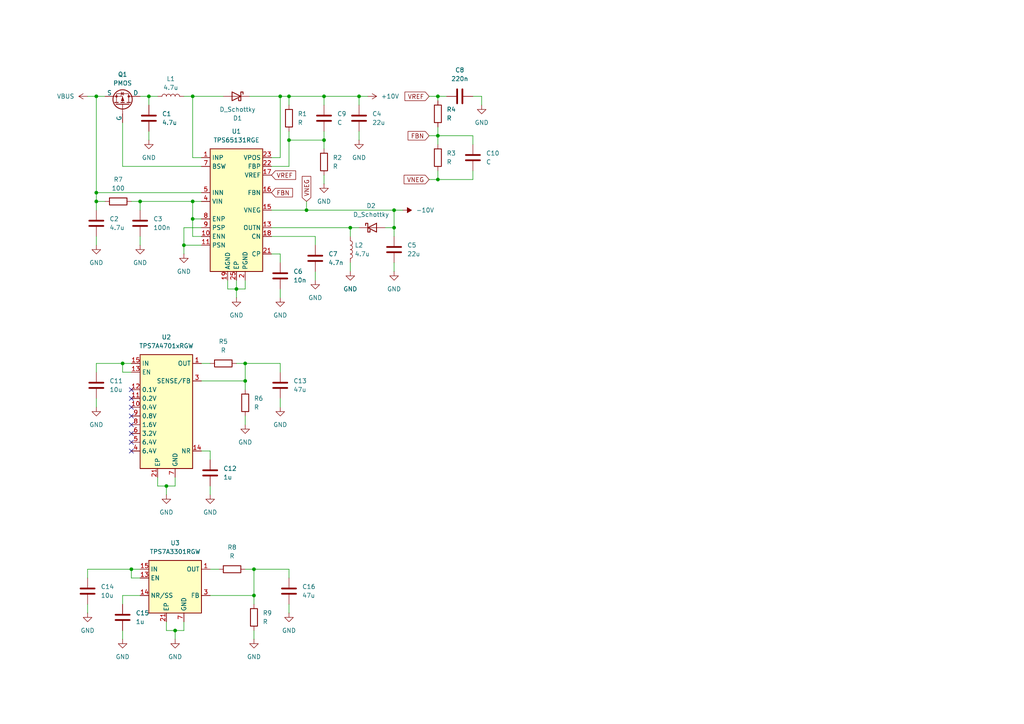
<source format=kicad_sch>
(kicad_sch (version 20250114) (generator "eeschema") (generator_version "9.0")
  (paper "A4")
  (lib_symbols
    (symbol "Device:C" (pin_numbers (hide yes)) (pin_names (offset 0.254))
      (property "Reference" "C" (at 0.635 2.54 0))
      (property "Value" "C" (at 0.635 -2.54 0))
      (symbol "C_0_1"
        (polyline (pts (xy -2.032 0.762) (xy 2.032 0.762)) (stroke (width 0.508)))
        (polyline (pts (xy -2.032 -0.762) (xy 2.032 -0.762)) (stroke (width 0.508)))
      )
      (symbol "C_1_1"
        (pin passive line (at 0 3.81 270) (length 2.794) (name "~") (number "1"))
        (pin passive line (at 0 -3.81 90) (length 2.794) (name "~") (number "2"))
      )
    )
    (symbol "Device:D_Schottky" (pin_numbers (hide yes)) (pin_names (offset 1.016) (hide yes))
      (property "Reference" "D" (at 0 2.54 0))
      (property "Value" "D_Schottky" (at 0 -2.54 0))
      (symbol "D_Schottky_0_1"
        (polyline (pts (xy -1.905 0.635) (xy -1.905 1.27) (xy -1.27 1.27) (xy -1.27 -1.27) (xy -0.635 -1.27) (xy -0.635 -0.635)) (stroke (width 0.254)))
        (polyline (pts (xy 1.27 1.27) (xy 1.27 -1.27) (xy -1.27 0) (xy 1.27 1.27)) (stroke (width 0.254)))
        (polyline (pts (xy 1.27 0) (xy -1.27 0)))
      )
      (symbol "D_Schottky_1_1"
        (pin passive line (at -3.81 0 0) (length 2.54) (name "K") (number "1"))
        (pin passive line (at 3.81 0 180) (length 2.54) (name "A") (number "2"))
      )
    )
    (symbol "Device:L" (pin_numbers (hide yes)) (pin_names (offset 1.016) (hide yes))
      (property "Reference" "L" (at -1.27 0 90))
      (property "Value" "L" (at 1.905 0 90))
      (symbol "L_0_1"
        (arc (start 0 2.54) (mid 0.6323 1.905) (end 0 1.27))
        (arc (start 0 1.27) (mid 0.6323 0.635) (end 0 0))
        (arc (start 0 0) (mid 0.6323 -0.635) (end 0 -1.27))
        (arc (start 0 -1.27) (mid 0.6323 -1.905) (end 0 -2.54))
      )
      (symbol "L_1_1"
        (pin passive line (at 0 3.81 270) (length 1.27) (name "1") (number "1"))
        (pin passive line (at 0 -3.81 90) (length 1.27) (name "2") (number "2"))
      )
    )
    (symbol "Device:R" (pin_numbers (hide yes)) (pin_names (offset 0))
      (property "Reference" "R" (at 2.032 0 90))
      (property "Value" "R" (at 0 0 90))
      (symbol "R_0_1"
        (rectangle (start -1.016 -2.54) (end 1.016 2.54) (stroke (width 0.254)))
      )
      (symbol "R_1_1"
        (pin passive line (at 0 3.81 270) (length 1.27) (name "~") (number "1"))
        (pin passive line (at 0 -3.81 90) (length 1.27) (name "~") (number "2"))
      )
    )
    (symbol "Regulator_Linear:TPS7A3301RGW"
      (property "Reference" "U" (at -6.35 8.89 0))
      (property "Value" "TPS7A3301RGW" (at 3.81 8.89 0))
      (symbol "TPS7A3301RGW_0_1"
        (rectangle (start -7.62 7.62) (end 7.62 -7.62) (stroke (width 0.254)) (fill (type background)))
      )
      (symbol "TPS7A3301RGW_1_1"
        (pin power_in line (at -10.16 5.08 0) (length 2.54) (name "IN") (number "15"))
        (pin passive line (at -10.16 5.08 0) (length 2.54) (hide yes) (name "IN") (number "16"))
        (pin input line (at -10.16 2.54 0) (length 2.54) (name "EN") (number "13"))
        (pin passive line (at -10.16 -2.54 0) (length 2.54) (name "NR/SS") (number "14"))
        (pin power_in line (at -2.54 -10.16 90) (length 2.54) (name "EP") (number "21"))
        (pin power_in line (at 2.54 -10.16 90) (length 2.54) (name "GND") (number "7"))
        (pin power_out line (at 10.16 5.08 180) (length 2.54) (name "OUT") (number "1"))
        (pin passive line (at 10.16 5.08 180) (length 2.54) (hide yes) (name "OUT") (number "20"))
        (pin input line (at 10.16 -2.54 180) (length 2.54) (name "FB") (number "3"))
      )
    )
    (symbol "Regulator_Linear:TPS7A4701xRGW"
      (property "Reference" "U" (at -6.35 19.05 0))
      (property "Value" "TPS7A4701xRGW" (at 3.81 19.05 0))
      (symbol "TPS7A4701xRGW_0_1"
        (rectangle (start -7.62 17.78) (end 7.62 -15.24) (stroke (width 0.254)) (fill (type background)))
      )
      (symbol "TPS7A4701xRGW_1_1"
        (pin power_in line (at -10.16 15.24 0) (length 2.54) (name "IN") (number "15"))
        (pin passive line (at -10.16 15.24 0) (length 2.54) (hide yes) (name "IN") (number "16"))
        (pin input line (at -10.16 12.7 0) (length 2.54) (name "EN") (number "13"))
        (pin input line (at -10.16 7.62 0) (length 2.54) (name "0.1V") (number "12"))
        (pin input line (at -10.16 5.08 0) (length 2.54) (name "0.2V") (number "11"))
        (pin input line (at -10.16 2.54 0) (length 2.54) (name "0.4V") (number "10"))
        (pin input line (at -10.16 0 0) (length 2.54) (name "0.8V") (number "9"))
        (pin input line (at -10.16 -2.54 0) (length 2.54) (name "1.6V") (number "8"))
        (pin input line (at -10.16 -5.08 0) (length 2.54) (name "3.2V") (number "6"))
        (pin input line (at -10.16 -7.62 0) (length 2.54) (name "6.4V") (number "5"))
        (pin input line (at -10.16 -10.16 0) (length 2.54) (name "6.4V") (number "4"))
        (pin passive line (at -2.54 -17.78 90) (length 2.54) (name "EP") (number "21"))
        (pin power_in line (at 2.54 -17.78 90) (length 2.54) (name "GND") (number "7"))
        (pin power_out line (at 10.16 15.24 180) (length 2.54) (name "OUT") (number "1"))
        (pin power_out line (at 10.16 15.24 180) (length 2.54) (hide yes) (name "OUT") (number "20"))
        (pin input line (at 10.16 10.16 180) (length 2.54) (name "SENSE/FB") (number "3"))
        (pin passive line (at 10.16 -10.16 180) (length 2.54) (name "NR") (number "14"))
      )
    )
    (symbol "Regulator_Switching:TPS65131RGE"
      (property "Reference" "U" (at -6.858 21.082 0))
      (property "Value" "TPS65131RGE" (at -1.016 19.05 0))
      (symbol "TPS65131RGE_0_1"
        (rectangle (start -7.62 17.78) (end 7.62 -17.78) (stroke (width 0.254)) (fill (type background)))
      )
      (symbol "TPS65131RGE_1_1"
        (pin input line (at -10.16 15.24 0) (length 2.54) (name "INP") (number "1"))
        (pin input line (at -10.16 15.24 0) (length 2.54) (hide yes) (name "INP") (number "24"))
        (pin output line (at -10.16 12.7 0) (length 2.54) (name "BSW") (number "7"))
        (pin input line (at -10.16 5.08 0) (length 2.54) (name "INN") (number "5"))
        (pin input line (at -10.16 5.08 0) (length 2.54) (hide yes) (name "INN") (number "6"))
        (pin power_in line (at -10.16 2.54 0) (length 2.54) (name "VIN") (number "4"))
        (pin input line (at -10.16 -2.54 0) (length 2.54) (name "ENP") (number "8"))
        (pin input line (at -10.16 -5.08 0) (length 2.54) (name "PSP") (number "9"))
        (pin input line (at -10.16 -7.62 0) (length 2.54) (name "ENN") (number "10"))
        (pin input line (at -10.16 -10.16 0) (length 2.54) (name "PSN") (number "11"))
        (pin no_connect line (at -7.62 10.16 0) (length 2.54) (hide yes) (name "NC") (number "20"))
        (pin no_connect line (at -7.62 7.62 0) (length 2.54) (hide yes) (name "NC") (number "12"))
        (pin power_in line (at -2.54 -20.32 90) (length 2.54) (name "AGND") (number "19"))
        (pin passive line (at 0 -20.32 90) (length 2.54) (name "EP") (number "25"))
        (pin power_in line (at 2.54 -20.32 90) (length 2.54) (name "PGND") (number "2"))
        (pin passive line (at 2.54 -20.32 90) (length 2.54) (hide yes) (name "PGND") (number "3"))
        (pin input line (at 10.16 15.24 180) (length 2.54) (name "VPOS") (number "23"))
        (pin input line (at 10.16 12.7 180) (length 2.54) (name "FBP") (number "22"))
        (pin output line (at 10.16 10.16 180) (length 2.54) (name "VREF") (number "17"))
        (pin input line (at 10.16 5.08 180) (length 2.54) (name "FBN") (number "16"))
        (pin input line (at 10.16 0 180) (length 2.54) (name "VNEG") (number "15"))
        (pin output line (at 10.16 -5.08 180) (length 2.54) (name "OUTN") (number "13"))
        (pin passive line (at 10.16 -5.08 180) (length 2.54) (hide yes) (name "OUTN") (number "14"))
        (pin passive line (at 10.16 -7.62 180) (length 2.54) (name "CN") (number "18"))
        (pin passive line (at 10.16 -12.7 180) (length 2.54) (name "CP") (number "21"))
      )
    )
    (symbol "Simulation_SPICE:PMOS" (pin_numbers (hide yes)) (pin_names (offset 0))
      (property "Reference" "Q" (at 5.08 1.27 0))
      (property "Value" "PMOS" (at 5.08 -1.27 0))
      (symbol "PMOS_0_1"
        (polyline (pts (xy 0.254 1.905) (xy 0.254 -1.905)) (stroke (width 0.254)))
        (polyline (pts (xy 0.254 0) (xy -2.54 0)))
        (polyline (pts (xy 0.762 2.286) (xy 0.762 1.27)) (stroke (width 0.254)))
        (polyline (pts (xy 0.762 1.778) (xy 3.302 1.778) (xy 3.302 -1.778) (xy 0.762 -1.778)))
        (polyline (pts (xy 0.762 0.508) (xy 0.762 -0.508)) (stroke (width 0.254)))
        (polyline (pts (xy 0.762 -1.27) (xy 0.762 -2.286)) (stroke (width 0.254)))
        (circle (center 1.651 0) (radius 2.794) (stroke (width 0.254)))
        (polyline (pts (xy 2.286 0) (xy 1.27 0.381) (xy 1.27 -0.381) (xy 2.286 0)) (fill (type outline)))
        (polyline (pts (xy 2.54 2.54) (xy 2.54 1.778)))
        (circle (center 2.54 1.778) (radius 0.254) (fill (type outline)))
        (circle (center 2.54 -1.778) (radius 0.254) (fill (type outline)))
        (polyline (pts (xy 2.54 -2.54) (xy 2.54 0) (xy 0.762 0)))
        (polyline (pts (xy 2.794 -0.508) (xy 2.921 -0.381) (xy 3.683 -0.381) (xy 3.81 -0.254)))
        (polyline (pts (xy 3.302 -0.381) (xy 2.921 0.254) (xy 3.683 0.254) (xy 3.302 -0.381)))
      )
      (symbol "PMOS_1_1"
        (pin input line (at -5.08 0 0) (length 2.54) (name "G") (number "2"))
        (pin passive line (at 2.54 5.08 270) (length 2.54) (name "D") (number "1"))
        (pin passive line (at 2.54 -5.08 90) (length 2.54) (name "S") (number "3"))
      )
    )
    (symbol "power:+10V" (power) (pin_numbers (hide yes)) (pin_names (offset 0) (hide yes))
      (property "Value" "+10V" (at 0 3.556 0))
      (symbol "+10V_0_1"
        (polyline (pts (xy -0.762 1.27) (xy 0 2.54)))
        (polyline (pts (xy 0 2.54) (xy 0.762 1.27)))
        (polyline (pts (xy 0 0) (xy 0 2.54)))
      )
      (symbol "+10V_1_1"
        (pin power_in line (at 0 0 90) (length 0) (name "~") (number "1"))
      )
    )
    (symbol "power:-10V" (power) (pin_numbers (hide yes)) (pin_names (offset 0) (hide yes))
      (property "Value" "-10V" (at 0 3.556 0))
      (symbol "-10V_0_0"
        (pin power_in line (at 0 0 90) (length 0) (name "~") (number "1"))
      )
      (symbol "-10V_0_1"
        (polyline (pts (xy 0 0) (xy 0 1.27) (xy 0.762 1.27) (xy 0 2.54) (xy -0.762 1.27) (xy 0 1.27)) (fill (type outline)))
      )
    )
    (symbol "power:GND" (power) (pin_numbers (hide yes)) (pin_names (offset 0) (hide yes))
      (property "Value" "GND" (at 0 -3.81 0))
      (symbol "GND_0_1"
        (polyline (pts (xy 0 0) (xy 0 -1.27) (xy 1.27 -1.27) (xy 0 -2.54) (xy -1.27 -1.27) (xy 0 -1.27)))
      )
      (symbol "GND_1_1"
        (pin power_in line (at 0 0 270) (length 0) (name "~") (number "1"))
      )
    )
    (symbol "power:VBUS" (power) (pin_numbers (hide yes)) (pin_names (offset 0) (hide yes))
      (property "Value" "VBUS" (at 0 3.556 0))
      (symbol "VBUS_0_1"
        (polyline (pts (xy -0.762 1.27) (xy 0 2.54)))
        (polyline (pts (xy 0 2.54) (xy 0.762 1.27)))
        (polyline (pts (xy 0 0) (xy 0 2.54)))
      )
      (symbol "VBUS_1_1"
        (pin power_in line (at 0 0 90) (length 0) (name "~") (number "1"))
      )
    )
  )
  (junction (at 81.28 27.94))
  (junction (at 101.6 66.04))
  (junction (at 88.9 60.96))
  (junction (at 27.94 55.88))
  (junction (at 71.12 105.41))
  (junction (at 53.34 71.12))
  (junction (at 43.18 27.94))
  (junction (at 83.82 27.94))
  (junction (at 93.98 40.64))
  (junction (at 55.88 58.42))
  (junction (at 27.94 27.94))
  (junction (at 73.66 172.72))
  (junction (at 104.14 27.94))
  (junction (at 55.88 27.94))
  (junction (at 71.12 110.49))
  (junction (at 40.64 58.42))
  (junction (at 114.3 66.04))
  (junction (at 27.94 58.42))
  (junction (at 35.56 105.41))
  (junction (at 83.82 40.64))
  (junction (at 127 39.37))
  (junction (at 93.98 27.94))
  (junction (at 50.8 182.88))
  (junction (at 73.66 165.1))
  (junction (at 38.1 165.1))
  (junction (at 127 52.07))
  (junction (at 48.26 140.97))
  (junction (at 68.58 83.82))
  (junction (at 127 27.94))
  (junction (at 114.3 60.96))
  (junction (at 55.88 63.5))
  (no_connect (at 38.1 123.19))
  (no_connect (at 38.1 128.27))
  (no_connect (at 38.1 125.73))
  (no_connect (at 38.1 118.11))
  (no_connect (at 38.1 113.03))
  (no_connect (at 38.1 130.81))
  (no_connect (at 38.1 115.57))
  (no_connect (at 38.1 120.65))
  (wire (pts (xy 40.64 172.72) (xy 35.56 172.72)))
  (wire (pts (xy 27.94 27.94) (xy 27.94 55.88)))
  (wire (pts (xy 66.04 83.82) (xy 68.58 83.82)))
  (wire (pts (xy 45.72 140.97) (xy 48.26 140.97)))
  (wire (pts (xy 127 36.83) (xy 127 39.37)))
  (wire (pts (xy 58.42 105.41) (xy 60.96 105.41)))
  (wire (pts (xy 68.58 83.82) (xy 68.58 86.36)))
  (wire (pts (xy 88.9 60.96) (xy 114.3 60.96)))
  (wire (pts (xy 25.4 27.94) (xy 27.94 27.94)))
  (wire (pts (xy 83.82 27.94) (xy 83.82 30.48)))
  (wire (pts (xy 38.1 167.64) (xy 38.1 165.1)))
  (wire (pts (xy 55.88 58.42) (xy 40.64 58.42)))
  (wire (pts (xy 40.64 58.42) (xy 40.64 60.96)))
  (wire (pts (xy 83.82 175.26) (xy 83.82 177.8)))
  (wire (pts (xy 27.94 55.88) (xy 27.94 58.42)))
  (wire (pts (xy 48.26 182.88) (xy 50.8 182.88)))
  (wire (pts (xy 71.12 110.49) (xy 58.42 110.49)))
  (wire (pts (xy 114.3 76.2) (xy 114.3 78.74)))
  (wire (pts (xy 111.76 66.04) (xy 114.3 66.04)))
  (wire (pts (xy 124.46 27.94) (xy 127 27.94)))
  (wire (pts (xy 81.28 45.72) (xy 81.28 27.94)))
  (wire (pts (xy 127 39.37) (xy 124.46 39.37)))
  (wire (pts (xy 55.88 27.94) (xy 55.88 45.72)))
  (wire (pts (xy 43.18 27.94) (xy 45.72 27.94)))
  (wire (pts (xy 53.34 71.12) (xy 58.42 71.12)))
  (wire (pts (xy 137.16 39.37) (xy 127 39.37)))
  (wire (pts (xy 83.82 27.94) (xy 81.28 27.94)))
  (wire (pts (xy 25.4 165.1) (xy 25.4 167.64)))
  (wire (pts (xy 93.98 50.8) (xy 93.98 53.34)))
  (wire (pts (xy 93.98 38.1) (xy 93.98 40.64)))
  (wire (pts (xy 55.88 68.58) (xy 55.88 63.5)))
  (wire (pts (xy 104.14 27.94) (xy 106.68 27.94)))
  (wire (pts (xy 137.16 49.53) (xy 137.16 52.07)))
  (wire (pts (xy 93.98 27.94) (xy 83.82 27.94)))
  (wire (pts (xy 81.28 27.94) (xy 72.39 27.94)))
  (wire (pts (xy 45.72 138.43) (xy 45.72 140.97)))
  (wire (pts (xy 27.94 58.42) (xy 27.94 60.96)))
  (wire (pts (xy 53.34 182.88) (xy 50.8 182.88)))
  (wire (pts (xy 104.14 30.48) (xy 104.14 27.94)))
  (wire (pts (xy 38.1 105.41) (xy 35.56 105.41)))
  (wire (pts (xy 71.12 81.28) (xy 71.12 83.82)))
  (wire (pts (xy 25.4 175.26) (xy 25.4 177.8)))
  (wire (pts (xy 101.6 66.04) (xy 104.14 66.04)))
  (wire (pts (xy 40.64 165.1) (xy 38.1 165.1)))
  (wire (pts (xy 101.6 66.04) (xy 101.6 68.58)))
  (wire (pts (xy 60.96 165.1) (xy 63.5 165.1)))
  (wire (pts (xy 40.64 27.94) (xy 43.18 27.94)))
  (wire (pts (xy 71.12 83.82) (xy 68.58 83.82)))
  (wire (pts (xy 38.1 58.42) (xy 40.64 58.42)))
  (wire (pts (xy 53.34 27.94) (xy 55.88 27.94)))
  (wire (pts (xy 114.3 60.96) (xy 116.84 60.96)))
  (wire (pts (xy 127 52.07) (xy 124.46 52.07)))
  (wire (pts (xy 58.42 66.04) (xy 53.34 66.04)))
  (wire (pts (xy 83.82 40.64) (xy 93.98 40.64)))
  (wire (pts (xy 43.18 38.1) (xy 43.18 40.64)))
  (wire (pts (xy 38.1 107.95) (xy 35.56 107.95)))
  (wire (pts (xy 127 27.94) (xy 127 29.21)))
  (wire (pts (xy 104.14 38.1) (xy 104.14 40.64)))
  (wire (pts (xy 83.82 40.64) (xy 83.82 48.26)))
  (wire (pts (xy 68.58 81.28) (xy 68.58 83.82)))
  (wire (pts (xy 127 27.94) (xy 129.54 27.94)))
  (wire (pts (xy 60.96 140.97) (xy 60.96 143.51)))
  (wire (pts (xy 83.82 167.64) (xy 83.82 165.1)))
  (wire (pts (xy 81.28 115.57) (xy 81.28 118.11)))
  (wire (pts (xy 114.3 60.96) (xy 114.3 66.04)))
  (wire (pts (xy 139.7 27.94) (xy 139.7 30.48)))
  (wire (pts (xy 81.28 107.95) (xy 81.28 105.41)))
  (wire (pts (xy 127 49.53) (xy 127 52.07)))
  (wire (pts (xy 93.98 27.94) (xy 104.14 27.94)))
  (wire (pts (xy 71.12 110.49) (xy 71.12 113.03)))
  (wire (pts (xy 88.9 58.42) (xy 88.9 60.96)))
  (wire (pts (xy 83.82 38.1) (xy 83.82 40.64)))
  (wire (pts (xy 55.88 45.72) (xy 58.42 45.72)))
  (wire (pts (xy 73.66 172.72) (xy 60.96 172.72)))
  (wire (pts (xy 66.04 81.28) (xy 66.04 83.82)))
  (wire (pts (xy 53.34 180.34) (xy 53.34 182.88)))
  (wire (pts (xy 137.16 52.07) (xy 127 52.07)))
  (wire (pts (xy 40.64 68.58) (xy 40.64 71.12)))
  (wire (pts (xy 40.64 167.64) (xy 38.1 167.64)))
  (wire (pts (xy 38.1 165.1) (xy 25.4 165.1)))
  (wire (pts (xy 91.44 78.74) (xy 91.44 81.28)))
  (wire (pts (xy 58.42 68.58) (xy 55.88 68.58)))
  (wire (pts (xy 55.88 27.94) (xy 64.77 27.94)))
  (wire (pts (xy 53.34 66.04) (xy 53.34 71.12)))
  (wire (pts (xy 73.66 182.88) (xy 73.66 185.42)))
  (wire (pts (xy 114.3 66.04) (xy 114.3 68.58)))
  (wire (pts (xy 35.56 48.26) (xy 35.56 35.56)))
  (wire (pts (xy 48.26 180.34) (xy 48.26 182.88)))
  (wire (pts (xy 127 39.37) (xy 127 41.91)))
  (wire (pts (xy 78.74 66.04) (xy 101.6 66.04)))
  (wire (pts (xy 68.58 105.41) (xy 71.12 105.41)))
  (wire (pts (xy 73.66 172.72) (xy 73.66 175.26)))
  (wire (pts (xy 91.44 68.58) (xy 78.74 68.58)))
  (wire (pts (xy 27.94 68.58) (xy 27.94 71.12)))
  (wire (pts (xy 50.8 138.43) (xy 50.8 140.97)))
  (wire (pts (xy 50.8 140.97) (xy 48.26 140.97)))
  (wire (pts (xy 81.28 83.82) (xy 81.28 86.36)))
  (wire (pts (xy 81.28 73.66) (xy 78.74 73.66)))
  (wire (pts (xy 35.56 182.88) (xy 35.56 185.42)))
  (wire (pts (xy 58.42 63.5) (xy 55.88 63.5)))
  (wire (pts (xy 50.8 182.88) (xy 50.8 185.42)))
  (wire (pts (xy 30.48 58.42) (xy 27.94 58.42)))
  (wire (pts (xy 58.42 130.81) (xy 60.96 130.81)))
  (wire (pts (xy 35.56 107.95) (xy 35.56 105.41)))
  (wire (pts (xy 93.98 30.48) (xy 93.98 27.94)))
  (wire (pts (xy 71.12 105.41) (xy 71.12 110.49)))
  (wire (pts (xy 83.82 165.1) (xy 73.66 165.1)))
  (wire (pts (xy 35.56 172.72) (xy 35.56 175.26)))
  (wire (pts (xy 137.16 41.91) (xy 137.16 39.37)))
  (wire (pts (xy 35.56 105.41) (xy 27.94 105.41)))
  (wire (pts (xy 71.12 120.65) (xy 71.12 123.19)))
  (wire (pts (xy 137.16 27.94) (xy 139.7 27.94)))
  (wire (pts (xy 60.96 130.81) (xy 60.96 133.35)))
  (wire (pts (xy 78.74 60.96) (xy 88.9 60.96)))
  (wire (pts (xy 81.28 76.2) (xy 81.28 73.66)))
  (wire (pts (xy 73.66 165.1) (xy 73.66 172.72)))
  (wire (pts (xy 58.42 58.42) (xy 55.88 58.42)))
  (wire (pts (xy 81.28 105.41) (xy 71.12 105.41)))
  (wire (pts (xy 27.94 105.41) (xy 27.94 107.95)))
  (wire (pts (xy 101.6 76.2) (xy 101.6 78.74)))
  (wire (pts (xy 55.88 63.5) (xy 55.88 58.42)))
  (wire (pts (xy 43.18 27.94) (xy 43.18 30.48)))
  (wire (pts (xy 78.74 48.26) (xy 83.82 48.26)))
  (wire (pts (xy 58.42 55.88) (xy 27.94 55.88)))
  (wire (pts (xy 91.44 71.12) (xy 91.44 68.58)))
  (wire (pts (xy 27.94 115.57) (xy 27.94 118.11)))
  (wire (pts (xy 48.26 140.97) (xy 48.26 143.51)))
  (wire (pts (xy 93.98 40.64) (xy 93.98 43.18)))
  (wire (pts (xy 78.74 45.72) (xy 81.28 45.72)))
  (wire (pts (xy 71.12 165.1) (xy 73.66 165.1)))
  (wire (pts (xy 58.42 48.26) (xy 35.56 48.26)))
  (wire (pts (xy 30.48 27.94) (xy 27.94 27.94)))
  (wire (pts (xy 53.34 71.12) (xy 53.34 73.66)))
  (global_label "FBN" (shape input) (at 78.74 55.88 0) (property "Intersheetrefs" "${INTERSHEET_REFS}" (effects (hide yes))))
  (global_label "VNEG" (shape input) (at 124.46 52.07 180) (property "Intersheetrefs" "${INTERSHEET_REFS}" (effects (hide yes))))
  (global_label "FBN" (shape input) (at 124.46 39.37 180) (property "Intersheetrefs" "${INTERSHEET_REFS}" (effects (hide yes))))
  (global_label "VNEG" (shape input) (at 88.9 58.42 90) (property "Intersheetrefs" "${INTERSHEET_REFS}" (effects (hide yes))))
  (global_label "VREF" (shape input) (at 78.74 50.8 0) (property "Intersheetrefs" "${INTERSHEET_REFS}" (effects (hide yes))))
  (global_label "VREF" (shape input) (at 124.46 27.94 180) (property "Intersheetrefs" "${INTERSHEET_REFS}" (effects (hide yes))))
  (symbol (lib_id "Device:R") (at 127 33.02 0) (unit 1)
    (property "Reference" "R4" (at 129.54 31.7499 0) (effects (justify left)))
    (property "Value" "R" (at 129.54 34.2899 0) (effects (justify left)))
    (property "Description" "Resistor" (effects (hide yes)))
  )
  (symbol (lib_id "power:GND") (at 53.34 73.66 0) (unit 1)
    (property "Reference" "#PWR04" (effects (hide yes)))
    (property "Value" "GND" (at 53.34 78.74 0))
    (property "Description" "Power symbol creates a global label with name \"GND\" , ground" (effects (hide yes)))
  )
  (symbol (lib_id "power:GND") (at 83.82 177.8 0) (unit 1)
    (property "Reference" "#PWR019" (effects (hide yes)))
    (property "Value" "GND" (at 83.82 182.88 0))
    (property "Description" "Power symbol creates a global label with name \"GND\" , ground" (effects (hide yes)))
  )
  (symbol (lib_id "Device:R") (at 127 45.72 0) (unit 1)
    (property "Reference" "R3" (at 129.54 44.4499 0) (effects (justify left)))
    (property "Value" "R" (at 129.54 46.9899 0) (effects (justify left)))
    (property "Description" "Resistor" (effects (hide yes)))
  )
  (symbol (lib_id "Device:C") (at 35.56 179.07 0) (unit 1)
    (property "Reference" "C15" (at 39.37 177.7999 0) (effects (justify left)))
    (property "Value" "1u" (at 39.37 180.3399 0) (effects (justify left)))
    (property "Description" "Unpolarized capacitor" (effects (hide yes)))
  )
  (symbol (lib_id "power:GND") (at 114.3 78.74 0) (unit 1)
    (property "Reference" "#PWR010" (effects (hide yes)))
    (property "Value" "GND" (at 114.3 83.82 0))
    (property "Description" "Power symbol creates a global label with name \"GND\" , ground" (effects (hide yes)))
  )
  (symbol (lib_id "Device:R") (at 34.29 58.42 90) (unit 1)
    (property "Reference" "R7" (at 34.29 52.07 90))
    (property "Value" "100" (at 34.29 54.61 90))
    (property "Description" "Resistor" (effects (hide yes)))
  )
  (symbol (lib_id "Device:C") (at 60.96 137.16 0) (unit 1)
    (property "Reference" "C12" (at 64.77 135.8899 0) (effects (justify left)))
    (property "Value" "1u" (at 64.77 138.4299 0) (effects (justify left)))
    (property "Description" "Unpolarized capacitor" (effects (hide yes)))
  )
  (symbol (lib_id "power:VBUS") (at 25.4 27.94 90) (unit 1)
    (property "Reference" "#PWR014" (effects (hide yes)))
    (property "Value" "VBUS" (at 21.59 27.9399 90) (effects (justify left)))
    (property "Description" "Power symbol creates a global label with name \"VBUS\"" (effects (hide yes)))
  )
  (symbol (lib_id "Device:C") (at 81.28 111.76 0) (unit 1)
    (property "Reference" "C13" (at 85.09 110.4899 0) (effects (justify left)))
    (property "Value" "47u" (at 85.09 113.0299 0) (effects (justify left)))
    (property "Description" "Unpolarized capacitor" (effects (hide yes)))
  )
  (symbol (lib_id "Device:L") (at 49.53 27.94 90) (unit 1)
    (property "Reference" "L1" (at 49.53 22.86 90))
    (property "Value" "4.7u" (at 49.53 25.4 90))
    (property "Description" "Inductor" (effects (hide yes)))
  )
  (symbol (lib_id "Device:D_Schottky") (at 68.58 27.94 0) (mirror y) (unit 1)
    (property "Reference" "D1" (at 68.8975 34.29 0))
    (property "Value" "D_Schottky" (at 68.8975 31.75 0))
    (property "Description" "Schottky diode" (effects (hide yes)))
  )
  (symbol (lib_id "Device:C") (at 133.35 27.94 90) (unit 1)
    (property "Reference" "C8" (at 133.35 20.32 90))
    (property "Value" "220n" (at 133.35 22.86 90))
    (property "Description" "Unpolarized capacitor" (effects (hide yes)))
  )
  (symbol (lib_id "power:GND") (at 93.98 53.34 0) (unit 1)
    (property "Reference" "#PWR06" (effects (hide yes)))
    (property "Value" "GND" (at 93.98 58.42 0))
    (property "Description" "Power symbol creates a global label with name \"GND\" , ground" (effects (hide yes)))
  )
  (symbol (lib_id "Device:D_Schottky") (at 107.95 66.04 0) (unit 1)
    (property "Reference" "D2" (at 107.6325 59.69 0))
    (property "Value" "D_Schottky" (at 107.6325 62.23 0))
    (property "Description" "Schottky diode" (effects (hide yes)))
  )
  (symbol (lib_id "Device:C") (at 93.98 34.29 0) (unit 1)
    (property "Reference" "C9" (at 97.79 33.0199 0) (effects (justify left)))
    (property "Value" "C" (at 97.79 35.5599 0) (effects (justify left)))
    (property "Description" "Unpolarized capacitor" (effects (hide yes)))
  )
  (symbol (lib_id "Device:C") (at 40.64 64.77 0) (unit 1)
    (property "Reference" "C3" (at 44.45 63.4999 0) (effects (justify left)))
    (property "Value" "100n" (at 44.45 66.0399 0) (effects (justify left)))
    (property "Description" "Unpolarized capacitor" (effects (hide yes)))
  )
  (symbol (lib_id "power:GND") (at 81.28 86.36 0) (unit 1)
    (property "Reference" "#PWR07" (effects (hide yes)))
    (property "Value" "GND" (at 81.28 91.44 0))
    (property "Description" "Power symbol creates a global label with name \"GND\" , ground" (effects (hide yes)))
  )
  (symbol (lib_id "Device:C") (at 104.14 34.29 0) (unit 1)
    (property "Reference" "C4" (at 107.95 33.0199 0) (effects (justify left)))
    (property "Value" "22u" (at 107.95 35.5599 0) (effects (justify left)))
    (property "Description" "Unpolarized capacitor" (effects (hide yes)))
  )
  (symbol (lib_id "power:GND") (at 50.8 185.42 0) (unit 1)
    (property "Reference" "#PWR023" (effects (hide yes)))
    (property "Value" "GND" (at 50.8 190.5 0))
    (property "Description" "Power symbol creates a global label with name \"GND\" , ground" (effects (hide yes)))
  )
  (symbol (lib_id "power:GND") (at 60.96 143.51 0) (unit 1)
    (property "Reference" "#PWR016" (effects (hide yes)))
    (property "Value" "GND" (at 60.96 148.59 0))
    (property "Description" "Power symbol creates a global label with name \"GND\" , ground" (effects (hide yes)))
  )
  (symbol (lib_id "power:GND") (at 91.44 81.28 0) (unit 1)
    (property "Reference" "#PWR08" (effects (hide yes)))
    (property "Value" "GND" (at 91.44 86.36 0))
    (property "Description" "Power symbol creates a global label with name \"GND\" , ground" (effects (hide yes)))
  )
  (symbol (lib_id "power:GND") (at 139.7 30.48 0) (unit 1)
    (property "Reference" "#PWR011" (effects (hide yes)))
    (property "Value" "GND" (at 139.7 35.56 0))
    (property "Description" "Power symbol creates a global label with name \"GND\" , ground" (effects (hide yes)))
  )
  (symbol (lib_id "power:GND") (at 43.18 40.64 0) (unit 1)
    (property "Reference" "#PWR01" (effects (hide yes)))
    (property "Value" "GND" (at 43.18 45.72 0))
    (property "Description" "Power symbol creates a global label with name \"GND\" , ground" (effects (hide yes)))
  )
  (symbol (lib_id "power:GND") (at 68.58 86.36 0) (unit 1)
    (property "Reference" "#PWR025" (effects (hide yes)))
    (property "Value" "GND" (at 68.58 91.44 0))
    (property "Description" "Power symbol creates a global label with name \"GND\" , ground" (effects (hide yes)))
  )
  (symbol (lib_id "Device:C") (at 43.18 34.29 0) (unit 1)
    (property "Reference" "C1" (at 46.99 33.0199 0) (effects (justify left)))
    (property "Value" "4.7u" (at 46.99 35.5599 0) (effects (justify left)))
    (property "Description" "Unpolarized capacitor" (effects (hide yes)))
  )
  (symbol (lib_id "Device:C") (at 83.82 171.45 0) (unit 1)
    (property "Reference" "C16" (at 87.63 170.1799 0) (effects (justify left)))
    (property "Value" "47u" (at 87.63 172.7199 0) (effects (justify left)))
    (property "Description" "Unpolarized capacitor" (effects (hide yes)))
  )
  (symbol (lib_id "Device:C") (at 27.94 64.77 0) (unit 1)
    (property "Reference" "C2" (at 31.75 63.4999 0) (effects (justify left)))
    (property "Value" "4.7u" (at 31.75 66.0399 0) (effects (justify left)))
    (property "Description" "Unpolarized capacitor" (effects (hide yes)))
  )
  (symbol (lib_id "Device:R") (at 83.82 34.29 0) (unit 1)
    (property "Reference" "R1" (at 86.36 33.0199 0) (effects (justify left)))
    (property "Value" "R" (at 86.36 35.5599 0) (effects (justify left)))
    (property "Description" "Resistor" (effects (hide yes)))
  )
  (symbol (lib_id "power:GND") (at 27.94 118.11 0) (unit 1)
    (property "Reference" "#PWR015" (effects (hide yes)))
    (property "Value" "GND" (at 27.94 123.19 0))
    (property "Description" "Power symbol creates a global label with name \"GND\" , ground" (effects (hide yes)))
  )
  (symbol (lib_id "power:GND") (at 81.28 118.11 0) (unit 1)
    (property "Reference" "#PWR018" (effects (hide yes)))
    (property "Value" "GND" (at 81.28 123.19 0))
    (property "Description" "Power symbol creates a global label with name \"GND\" , ground" (effects (hide yes)))
  )
  (symbol (lib_id "Device:R") (at 93.98 46.99 0) (unit 1)
    (property "Reference" "R2" (at 96.52 45.7199 0) (effects (justify left)))
    (property "Value" "R" (at 96.52 48.2599 0) (effects (justify left)))
    (property "Description" "Resistor" (effects (hide yes)))
  )
  (symbol (lib_id "power:GND") (at 25.4 177.8 0) (unit 1)
    (property "Reference" "#PWR022" (effects (hide yes)))
    (property "Value" "GND" (at 25.4 182.88 0))
    (property "Description" "Power symbol creates a global label with name \"GND\" , ground" (effects (hide yes)))
  )
  (symbol (lib_id "Device:R") (at 64.77 105.41 90) (unit 1)
    (property "Reference" "R5" (at 64.77 99.06 90))
    (property "Value" "R" (at 64.77 101.6 90))
    (property "Description" "Resistor" (effects (hide yes)))
  )
  (symbol (lib_id "power:GND") (at 48.26 143.51 0) (unit 1)
    (property "Reference" "#PWR024" (effects (hide yes)))
    (property "Value" "GND" (at 48.26 148.59 0))
    (property "Description" "Power symbol creates a global label with name \"GND\" , ground" (effects (hide yes)))
  )
  (symbol (lib_id "power:GND") (at 73.66 185.42 0) (unit 1)
    (property "Reference" "#PWR020" (effects (hide yes)))
    (property "Value" "GND" (at 73.66 190.5 0))
    (property "Description" "Power symbol creates a global label with name \"GND\" , ground" (effects (hide yes)))
  )
  (symbol (lib_id "Device:R") (at 71.12 116.84 0) (unit 1)
    (property "Reference" "R6" (at 73.66 115.5699 0) (effects (justify left)))
    (property "Value" "R" (at 73.66 118.1099 0) (effects (justify left)))
    (property "Description" "Resistor" (effects (hide yes)))
  )
  (symbol (lib_id "Device:C") (at 81.28 80.01 0) (unit 1)
    (property "Reference" "C6" (at 85.09 78.7399 0) (effects (justify left)))
    (property "Value" "10n" (at 85.09 81.2799 0) (effects (justify left)))
    (property "Description" "Unpolarized capacitor" (effects (hide yes)))
  )
  (symbol (lib_id "Device:C") (at 91.44 74.93 0) (unit 1)
    (property "Reference" "C7" (at 95.25 73.6599 0) (effects (justify left)))
    (property "Value" "4.7n" (at 95.25 76.1999 0) (effects (justify left)))
    (property "Description" "Unpolarized capacitor" (effects (hide yes)))
  )
  (symbol (lib_id "Device:C") (at 137.16 45.72 0) (unit 1)
    (property "Reference" "C10" (at 140.97 44.4499 0) (effects (justify left)))
    (property "Value" "C" (at 140.97 46.9899 0) (effects (justify left)))
    (property "Description" "Unpolarized capacitor" (effects (hide yes)))
  )
  (symbol (lib_id "power:GND") (at 71.12 123.19 0) (unit 1)
    (property "Reference" "#PWR017" (effects (hide yes)))
    (property "Value" "GND" (at 71.12 128.27 0))
    (property "Description" "Power symbol creates a global label with name \"GND\" , ground" (effects (hide yes)))
  )
  (symbol (lib_id "Device:L") (at 101.6 72.39 0) (unit 1)
    (property "Reference" "L2" (at 102.87 71.1199 0) (effects (justify left)))
    (property "Value" "4.7u" (at 102.87 73.6599 0) (effects (justify left)))
    (property "Description" "Inductor" (effects (hide yes)))
  )
  (symbol (lib_id "Device:C") (at 25.4 171.45 0) (unit 1)
    (property "Reference" "C14" (at 29.21 170.1799 0) (effects (justify left)))
    (property "Value" "10u" (at 29.21 172.7199 0) (effects (justify left)))
    (property "Description" "Unpolarized capacitor" (effects (hide yes)))
  )
  (symbol (lib_id "power:GND") (at 101.6 78.74 0) (unit 1)
    (property "Reference" "#PWR09" (effects (hide yes)))
    (property "Value" "GND" (at 101.6 83.82 0))
    (property "Description" "Power symbol creates a global label with name \"GND\" , ground" (effects (hide yes)))
  )
  (symbol (lib_id "Regulator_Switching:TPS65131RGE") (at 68.58 60.96 0) (unit 1)
    (property "Reference" "U1" (at 68.58 38.1 0))
    (property "Value" "TPS65131RGE" (at 68.58 40.64 0))
    (property "Footprint" "Package_DFN_QFN:VQFN-24-1EP_4x4mm_P0.5mm_EP2.45x2.45mm_ThermalVias" (effects (hide yes)))
    (property "Datasheet" "http://www.ti.com/lit/ds/symlink/tps65130.pdf" (effects (hide yes)))
    (property "Description" "Split-Rail Converter with Dual, Positive and Negative Outputs (750mA typ, Switch Current Limit 1950mA typ),), 2.7-5.5V, VQFN-24" (effects (hide yes)))
  )
  (symbol (lib_id "Device:C") (at 114.3 72.39 0) (unit 1)
    (property "Reference" "C5" (at 118.11 71.1199 0) (effects (justify left)))
    (property "Value" "22u" (at 118.11 73.6599 0) (effects (justify left)))
    (property "Description" "Unpolarized capacitor" (effects (hide yes)))
  )
  (symbol (lib_id "power:GND") (at 35.56 185.42 0) (unit 1)
    (property "Reference" "#PWR021" (effects (hide yes)))
    (property "Value" "GND" (at 35.56 190.5 0))
    (property "Description" "Power symbol creates a global label with name \"GND\" , ground" (effects (hide yes)))
  )
  (symbol (lib_id "power:GND") (at 40.64 71.12 0) (unit 1)
    (property "Reference" "#PWR02" (effects (hide yes)))
    (property "Value" "GND" (at 40.64 76.2 0))
    (property "Description" "Power symbol creates a global label with name \"GND\" , ground" (effects (hide yes)))
  )
  (symbol (lib_id "Regulator_Linear:TPS7A3301RGW") (at 50.8 170.18 0) (unit 1)
    (property "Reference" "U3" (at 50.8 157.48 0))
    (property "Value" "TPS7A3301RGW" (at 50.8 160.02 0))
    (property "Footprint" "Package_DFN_QFN:Texas_RGW0020A_VQFN-20-1EP_5x5mm_P0.65mm_EP3.15x3.15mm_ThermalVias" (effects (hide yes)))
    (property "Datasheet" "https://www.ti.com/lit/ds/symlink/tps7a33.pdf" (effects (hide yes)))
    (property "Description" "1A, Low-Noise Lod-Dropout Negative Voltage Regulator, -3..-36V Input, Adjustable -1.18...-33V Output, VQFN-20" (effects (hide yes)))
  )
  (symbol (lib_id "Device:R") (at 73.66 179.07 0) (unit 1)
    (property "Reference" "R9" (at 76.2 177.7999 0) (effects (justify left)))
    (property "Value" "R" (at 76.2 180.3399 0) (effects (justify left)))
    (property "Description" "Resistor" (effects (hide yes)))
  )
  (symbol (lib_id "Simulation_SPICE:PMOS") (at 35.56 30.48 270) (mirror x) (unit 1)
    (property "Reference" "Q1" (at 35.56 21.59 90))
    (property "Value" "PMOS" (at 35.56 24.13 90))
    (property "Datasheet" "https://ngspice.sourceforge.io/docs/ngspice-html-manual/manual.xhtml#cha_MOSFETs" (effects (hide yes)))
    (property "Description" "P-MOSFET transistor, drain/source/gate" (effects (hide yes)))
    (property "Sim.Device" "PMOS" (effects (hide yes)))
    (property "Sim.Type" "VDMOS" (effects (hide yes)))
    (property "Sim.Pins" "1=D 2=G 3=S" (effects (hide yes)))
  )
  (symbol (lib_id "power:GND") (at 104.14 40.64 0) (unit 1)
    (property "Reference" "#PWR05" (effects (hide yes)))
    (property "Value" "GND" (at 104.14 45.72 0))
    (property "Description" "Power symbol creates a global label with name \"GND\" , ground" (effects (hide yes)))
  )
  (symbol (lib_id "power:-10V") (at 116.84 60.96 270) (unit 1)
    (property "Reference" "#PWR013" (effects (hide yes)))
    (property "Value" "-10V" (at 120.65 60.9599 90) (effects (justify left)))
    (property "Description" "Power symbol creates a global label with name \"-10V\"" (effects (hide yes)))
  )
  (symbol (lib_id "power:GND") (at 27.94 71.12 0) (unit 1)
    (property "Reference" "#PWR03" (effects (hide yes)))
    (property "Value" "GND" (at 27.94 76.2 0))
    (property "Description" "Power symbol creates a global label with name \"GND\" , ground" (effects (hide yes)))
  )
  (symbol (lib_id "power:+10V") (at 106.68 27.94 270) (unit 1)
    (property "Reference" "#PWR012" (effects (hide yes)))
    (property "Value" "+10V" (at 110.49 27.9399 90) (effects (justify left)))
    (property "Description" "Power symbol creates a global label with name \"+10V\"" (effects (hide yes)))
  )
  (symbol (lib_id "Device:C") (at 27.94 111.76 0) (unit 1)
    (property "Reference" "C11" (at 31.75 110.4899 0) (effects (justify left)))
    (property "Value" "10u" (at 31.75 113.0299 0) (effects (justify left)))
    (property "Description" "Unpolarized capacitor" (effects (hide yes)))
  )
  (symbol (lib_id "Device:R") (at 67.31 165.1 90) (unit 1)
    (property "Reference" "R8" (at 67.31 158.75 90))
    (property "Value" "R" (at 67.31 161.29 90))
    (property "Description" "Resistor" (effects (hide yes)))
  )
  (symbol (lib_id "Regulator_Linear:TPS7A4701xRGW") (at 48.26 120.65 0) (unit 1)
    (property "Reference" "U2" (at 48.26 97.79 0))
    (property "Value" "TPS7A4701xRGW" (at 48.26 100.33 0))
    (property "Footprint" "Package_DFN_QFN:Texas_RGW0020A_VQFN-20-1EP_5x5mm_P0.65mm_EP3.15x3.15mm_ThermalVias" (effects (hide yes)))
    (property "Datasheet" "https://www.ti.com/lit/ds/symlink/tps7a47.pdf" (effects (hide yes)))
    (property "Description" "1A, Low-Noise Low-Dropout Voltage Regulator, 3-35V Input, Adjustable 1.4-34V Output, VQFN-20" (effects (hide yes)))
  )
)
</source>
